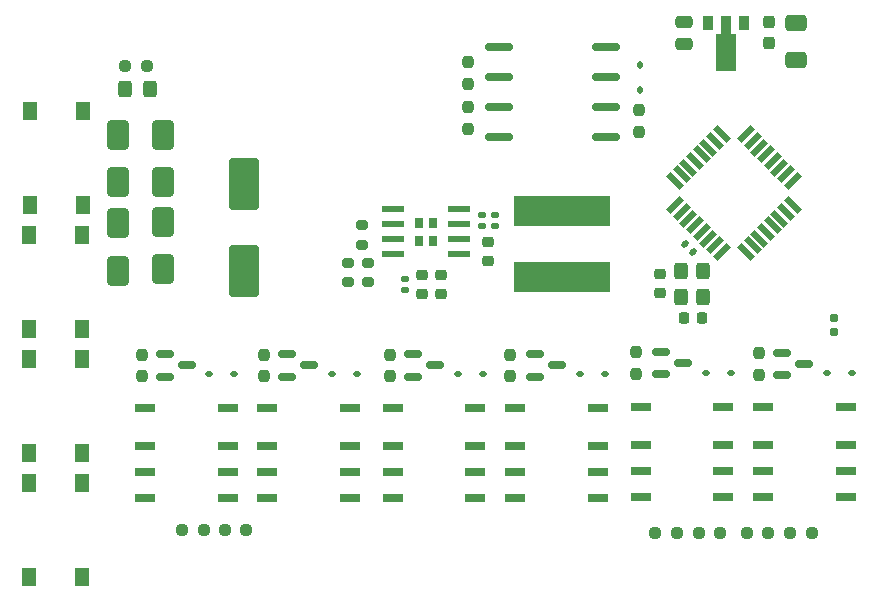
<source format=gbr>
%TF.GenerationSoftware,KiCad,Pcbnew,7.0.7*%
%TF.CreationDate,2024-01-29T23:46:24+01:00*%
%TF.ProjectId,OS-servoDriver_relay,4f532d73-6572-4766-9f44-72697665725f,rev?*%
%TF.SameCoordinates,Original*%
%TF.FileFunction,Paste,Top*%
%TF.FilePolarity,Positive*%
%FSLAX46Y46*%
G04 Gerber Fmt 4.6, Leading zero omitted, Abs format (unit mm)*
G04 Created by KiCad (PCBNEW 7.0.7) date 2024-01-29 23:46:24*
%MOMM*%
%LPD*%
G01*
G04 APERTURE LIST*
G04 Aperture macros list*
%AMRoundRect*
0 Rectangle with rounded corners*
0 $1 Rounding radius*
0 $2 $3 $4 $5 $6 $7 $8 $9 X,Y pos of 4 corners*
0 Add a 4 corners polygon primitive as box body*
4,1,4,$2,$3,$4,$5,$6,$7,$8,$9,$2,$3,0*
0 Add four circle primitives for the rounded corners*
1,1,$1+$1,$2,$3*
1,1,$1+$1,$4,$5*
1,1,$1+$1,$6,$7*
1,1,$1+$1,$8,$9*
0 Add four rect primitives between the rounded corners*
20,1,$1+$1,$2,$3,$4,$5,0*
20,1,$1+$1,$4,$5,$6,$7,0*
20,1,$1+$1,$6,$7,$8,$9,0*
20,1,$1+$1,$8,$9,$2,$3,0*%
%AMRotRect*
0 Rectangle, with rotation*
0 The origin of the aperture is its center*
0 $1 length*
0 $2 width*
0 $3 Rotation angle, in degrees counterclockwise*
0 Add horizontal line*
21,1,$1,$2,0,0,$3*%
%AMFreePoly0*
4,1,9,3.862500,-0.866500,0.737500,-0.866500,0.737500,-0.450000,-0.737500,-0.450000,-0.737500,0.450000,0.737500,0.450000,0.737500,0.866500,3.862500,0.866500,3.862500,-0.866500,3.862500,-0.866500,$1*%
G04 Aperture macros list end*
%ADD10R,8.200000X2.600000*%
%ADD11RoundRect,0.237500X0.237500X-0.250000X0.237500X0.250000X-0.237500X0.250000X-0.237500X-0.250000X0*%
%ADD12RoundRect,0.112500X-0.187500X-0.112500X0.187500X-0.112500X0.187500X0.112500X-0.187500X0.112500X0*%
%ADD13RoundRect,0.225000X-0.250000X0.225000X-0.250000X-0.225000X0.250000X-0.225000X0.250000X0.225000X0*%
%ADD14RoundRect,0.140000X0.170000X-0.140000X0.170000X0.140000X-0.170000X0.140000X-0.170000X-0.140000X0*%
%ADD15RoundRect,0.250000X0.650000X-1.000000X0.650000X1.000000X-0.650000X1.000000X-0.650000X-1.000000X0*%
%ADD16RoundRect,0.112500X0.112500X-0.187500X0.112500X0.187500X-0.112500X0.187500X-0.112500X-0.187500X0*%
%ADD17RoundRect,0.225000X0.250000X-0.225000X0.250000X0.225000X-0.250000X0.225000X-0.250000X-0.225000X0*%
%ADD18R,1.800000X0.800000*%
%ADD19RoundRect,0.250000X-0.650000X1.000000X-0.650000X-1.000000X0.650000X-1.000000X0.650000X1.000000X0*%
%ADD20RoundRect,0.160000X0.160000X-0.197500X0.160000X0.197500X-0.160000X0.197500X-0.160000X-0.197500X0*%
%ADD21RoundRect,0.250000X-0.475000X0.250000X-0.475000X-0.250000X0.475000X-0.250000X0.475000X0.250000X0*%
%ADD22RoundRect,0.237500X0.250000X0.237500X-0.250000X0.237500X-0.250000X-0.237500X0.250000X-0.237500X0*%
%ADD23R,1.300000X1.550000*%
%ADD24R,1.910000X0.610000*%
%ADD25R,0.723000X0.930000*%
%ADD26RoundRect,0.250000X-1.000000X1.950000X-1.000000X-1.950000X1.000000X-1.950000X1.000000X1.950000X0*%
%ADD27RoundRect,0.150000X-0.587500X-0.150000X0.587500X-0.150000X0.587500X0.150000X-0.587500X0.150000X0*%
%ADD28RoundRect,0.200000X0.275000X-0.200000X0.275000X0.200000X-0.275000X0.200000X-0.275000X-0.200000X0*%
%ADD29RoundRect,0.250000X-0.650000X0.412500X-0.650000X-0.412500X0.650000X-0.412500X0.650000X0.412500X0*%
%ADD30RoundRect,0.162500X1.012500X0.162500X-1.012500X0.162500X-1.012500X-0.162500X1.012500X-0.162500X0*%
%ADD31RoundRect,0.237500X-0.237500X0.300000X-0.237500X-0.300000X0.237500X-0.300000X0.237500X0.300000X0*%
%ADD32RoundRect,0.300000X-0.300000X0.400000X-0.300000X-0.400000X0.300000X-0.400000X0.300000X0.400000X0*%
%ADD33R,0.900000X1.300000*%
%ADD34FreePoly0,270.000000*%
%ADD35RotRect,1.600000X0.550000X45.000000*%
%ADD36RotRect,1.600000X0.550000X135.000000*%
%ADD37RoundRect,0.225000X-0.225000X-0.250000X0.225000X-0.250000X0.225000X0.250000X-0.225000X0.250000X0*%
%ADD38RoundRect,0.200000X-0.275000X0.200000X-0.275000X-0.200000X0.275000X-0.200000X0.275000X0.200000X0*%
%ADD39RoundRect,0.237500X-0.250000X-0.237500X0.250000X-0.237500X0.250000X0.237500X-0.250000X0.237500X0*%
%ADD40RoundRect,0.250000X0.325000X0.450000X-0.325000X0.450000X-0.325000X-0.450000X0.325000X-0.450000X0*%
%ADD41RoundRect,0.140000X0.219203X0.021213X0.021213X0.219203X-0.219203X-0.021213X-0.021213X-0.219203X0*%
G04 APERTURE END LIST*
D10*
%TO.C,L901*%
X219329000Y-120517000D03*
X219329000Y-126117000D03*
%TD*%
D11*
%TO.C,R703*%
X183769000Y-134516500D03*
X183769000Y-132691500D03*
%TD*%
D12*
%TO.C,D801*%
X210532000Y-134366000D03*
X212632000Y-134366000D03*
%TD*%
D13*
%TO.C,C901*%
X213025500Y-123177000D03*
X213025500Y-124727000D03*
%TD*%
D14*
%TO.C,C906*%
X206040500Y-127224000D03*
X206040500Y-126264000D03*
%TD*%
D15*
%TO.C,D1101*%
X185547000Y-118108000D03*
X185547000Y-114108000D03*
%TD*%
D16*
%TO.C,D1001*%
X225937000Y-110293000D03*
X225937000Y-108193000D03*
%TD*%
D17*
%TO.C,C201*%
X227641990Y-127429583D03*
X227641990Y-125879583D03*
%TD*%
D18*
%TO.C,K802*%
X215323646Y-137200000D03*
X215323646Y-140400000D03*
X215323646Y-142600000D03*
X215323646Y-144800000D03*
X222323646Y-144800000D03*
X222323646Y-142600000D03*
X222323646Y-140400000D03*
X222323646Y-137200000D03*
%TD*%
%TO.C,K701*%
X184000000Y-137200000D03*
X184000000Y-140400000D03*
X184000000Y-142600000D03*
X184000000Y-144800000D03*
X191000000Y-144800000D03*
X191000000Y-142600000D03*
X191000000Y-140400000D03*
X191000000Y-137200000D03*
%TD*%
D19*
%TO.C,D1103*%
X185527000Y-121474000D03*
X185527000Y-125474000D03*
%TD*%
D14*
%TO.C,C902*%
X212517500Y-121793000D03*
X212517500Y-120833000D03*
%TD*%
D20*
%TO.C,R202*%
X242316000Y-130772500D03*
X242316000Y-129577500D03*
%TD*%
D21*
%TO.C,C301*%
X229616000Y-104486500D03*
X229616000Y-106386500D03*
%TD*%
D11*
%TO.C,R803*%
X204724000Y-134516500D03*
X204724000Y-132691500D03*
%TD*%
D22*
%TO.C,R201*%
X184181000Y-108245000D03*
X182356000Y-108245000D03*
%TD*%
D23*
%TO.C,SW604*%
X174250000Y-119975000D03*
X174250000Y-112025000D03*
X178750000Y-119975000D03*
X178750000Y-112025000D03*
%TD*%
D24*
%TO.C,U901*%
X210566000Y-124206000D03*
X210566000Y-122936000D03*
X210566000Y-121666000D03*
X210566000Y-120396000D03*
X205006000Y-120396000D03*
X205006000Y-121666000D03*
X205006000Y-122936000D03*
X205006000Y-124206000D03*
D25*
X208388500Y-123076000D03*
X208388500Y-121526000D03*
X207183500Y-123076000D03*
X207183500Y-121526000D03*
%TD*%
D18*
%TO.C,K901*%
X225973646Y-137099000D03*
X225973646Y-140299000D03*
X225973646Y-142499000D03*
X225973646Y-144699000D03*
X232973646Y-144699000D03*
X232973646Y-142499000D03*
X232973646Y-140299000D03*
X232973646Y-137099000D03*
%TD*%
D26*
%TO.C,C1101*%
X192405000Y-118203000D03*
X192405000Y-125603000D03*
%TD*%
D23*
%TO.C,SW601*%
X174153000Y-151475000D03*
X174153000Y-143525000D03*
X178653000Y-151475000D03*
X178653000Y-143525000D03*
%TD*%
D27*
%TO.C,Q802*%
X216994500Y-132654000D03*
X216994500Y-134554000D03*
X218869500Y-133604000D03*
%TD*%
D28*
%TO.C,R901*%
X201214500Y-126555000D03*
X201214500Y-124905000D03*
%TD*%
D17*
%TO.C,C905*%
X209088500Y-127521000D03*
X209088500Y-125971000D03*
%TD*%
D22*
%TO.C,R905*%
X240458000Y-147828000D03*
X238633000Y-147828000D03*
%TD*%
D11*
%TO.C,R704*%
X194056000Y-134516500D03*
X194056000Y-132691500D03*
%TD*%
%TO.C,R907*%
X235966000Y-134389500D03*
X235966000Y-132564500D03*
%TD*%
D29*
%TO.C,C303*%
X239141000Y-104609500D03*
X239141000Y-107734500D03*
%TD*%
D27*
%TO.C,Q901*%
X227711000Y-132466000D03*
X227711000Y-134366000D03*
X229586000Y-133416000D03*
%TD*%
D12*
%TO.C,D701*%
X189450000Y-134366000D03*
X191550000Y-134366000D03*
%TD*%
D30*
%TO.C,U1001*%
X223012000Y-114300000D03*
X223012000Y-111760000D03*
X223012000Y-109220000D03*
X223012000Y-106680000D03*
X213962000Y-106680000D03*
X213962000Y-109220000D03*
X213962000Y-111760000D03*
X213962000Y-114300000D03*
%TD*%
D28*
%TO.C,R902*%
X202357500Y-123380000D03*
X202357500Y-121730000D03*
%TD*%
D31*
%TO.C,C302*%
X236855000Y-104547500D03*
X236855000Y-106272500D03*
%TD*%
D22*
%TO.C,R802*%
X232711000Y-147828000D03*
X230886000Y-147828000D03*
%TD*%
D12*
%TO.C,D702*%
X199864000Y-134366000D03*
X201964000Y-134366000D03*
%TD*%
D11*
%TO.C,R1001*%
X225810000Y-113838500D03*
X225810000Y-112013500D03*
%TD*%
D18*
%TO.C,K702*%
X194350000Y-137200000D03*
X194350000Y-140400000D03*
X194350000Y-142600000D03*
X194350000Y-144800000D03*
X201350000Y-144800000D03*
X201350000Y-142600000D03*
X201350000Y-140400000D03*
X201350000Y-137200000D03*
%TD*%
D22*
%TO.C,R702*%
X192579000Y-147574000D03*
X190754000Y-147574000D03*
%TD*%
D11*
%TO.C,R906*%
X225600500Y-134328500D03*
X225600500Y-132503500D03*
%TD*%
D32*
%TO.C,Y201*%
X229392990Y-125597583D03*
X229392990Y-127797583D03*
X231292990Y-127797583D03*
X231292990Y-125597583D03*
%TD*%
D18*
%TO.C,K902*%
X236323646Y-137099000D03*
X236323646Y-140299000D03*
X236323646Y-142499000D03*
X236323646Y-144699000D03*
X243323646Y-144699000D03*
X243323646Y-142499000D03*
X243323646Y-140299000D03*
X243323646Y-137099000D03*
%TD*%
D27*
%TO.C,Q702*%
X196039500Y-132654000D03*
X196039500Y-134554000D03*
X197914500Y-133604000D03*
%TD*%
D23*
%TO.C,SW602*%
X174153000Y-140975000D03*
X174153000Y-133025000D03*
X178653000Y-140975000D03*
X178653000Y-133025000D03*
%TD*%
D14*
%TO.C,C903*%
X213660500Y-121793000D03*
X213660500Y-120833000D03*
%TD*%
D12*
%TO.C,D802*%
X220819000Y-134366000D03*
X222919000Y-134366000D03*
%TD*%
D33*
%TO.C,U301*%
X234696000Y-104648000D03*
D34*
X233196000Y-104735500D03*
D33*
X231696000Y-104648000D03*
%TD*%
D19*
%TO.C,D1102*%
X181737000Y-114110000D03*
X181737000Y-118110000D03*
%TD*%
D35*
%TO.C,U202*%
X228888887Y-120049888D03*
X229454573Y-120615573D03*
X230020258Y-121181259D03*
X230585943Y-121746944D03*
X231151629Y-122312630D03*
X231717314Y-122878315D03*
X232283000Y-123444000D03*
X232848685Y-124009686D03*
D36*
X234899295Y-124009686D03*
X235464980Y-123444000D03*
X236030666Y-122878315D03*
X236596351Y-122312630D03*
X237162037Y-121746944D03*
X237727722Y-121181259D03*
X238293407Y-120615573D03*
X238859093Y-120049888D03*
D35*
X238859093Y-117999278D03*
X238293407Y-117433593D03*
X237727722Y-116867907D03*
X237162037Y-116302222D03*
X236596351Y-115736536D03*
X236030666Y-115170851D03*
X235464980Y-114605166D03*
X234899295Y-114039480D03*
D36*
X232848685Y-114039480D03*
X232283000Y-114605166D03*
X231717314Y-115170851D03*
X231151629Y-115736536D03*
X230585943Y-116302222D03*
X230020258Y-116867907D03*
X229454573Y-117433593D03*
X228888887Y-117999278D03*
%TD*%
D27*
%TO.C,Q701*%
X185704000Y-132654000D03*
X185704000Y-134554000D03*
X187579000Y-133604000D03*
%TD*%
D37*
%TO.C,C203*%
X229628990Y-129575583D03*
X231178990Y-129575583D03*
%TD*%
D15*
%TO.C,D1104*%
X181737000Y-125569000D03*
X181737000Y-121569000D03*
%TD*%
D38*
%TO.C,R903*%
X202865500Y-124905000D03*
X202865500Y-126555000D03*
%TD*%
D27*
%TO.C,Q902*%
X237949500Y-132527000D03*
X237949500Y-134427000D03*
X239824500Y-133477000D03*
%TD*%
D39*
%TO.C,R904*%
X234950000Y-147828000D03*
X236775000Y-147828000D03*
%TD*%
D40*
%TO.C,D201*%
X184404000Y-110236000D03*
X182354000Y-110236000D03*
%TD*%
D39*
%TO.C,R701*%
X187174500Y-147574000D03*
X188999500Y-147574000D03*
%TD*%
D11*
%TO.C,R1003*%
X211332000Y-109774500D03*
X211332000Y-107949500D03*
%TD*%
%TO.C,R1002*%
X211332000Y-113584500D03*
X211332000Y-111759500D03*
%TD*%
%TO.C,R804*%
X214884000Y-134516500D03*
X214884000Y-132691500D03*
%TD*%
D41*
%TO.C,C202*%
X230403990Y-123987583D03*
X229725168Y-123308761D03*
%TD*%
D12*
%TO.C,D901*%
X231487000Y-134239000D03*
X233587000Y-134239000D03*
%TD*%
D39*
%TO.C,R801*%
X227226500Y-147828000D03*
X229051500Y-147828000D03*
%TD*%
D17*
%TO.C,C904*%
X207422500Y-127521000D03*
X207422500Y-125971000D03*
%TD*%
D27*
%TO.C,Q801*%
X206707500Y-132654000D03*
X206707500Y-134554000D03*
X208582500Y-133604000D03*
%TD*%
D18*
%TO.C,K801*%
X204973646Y-137200000D03*
X204973646Y-140400000D03*
X204973646Y-142600000D03*
X204973646Y-144800000D03*
X211973646Y-144800000D03*
X211973646Y-142600000D03*
X211973646Y-140400000D03*
X211973646Y-137200000D03*
%TD*%
D23*
%TO.C,SW603*%
X174153000Y-130475000D03*
X174153000Y-122525000D03*
X178653000Y-130475000D03*
X178653000Y-122525000D03*
%TD*%
D12*
%TO.C,D902*%
X241774000Y-134239000D03*
X243874000Y-134239000D03*
%TD*%
M02*

</source>
